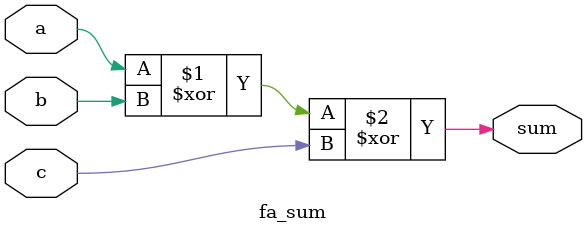
<source format=v>
module fa_sum (sum, a, b, c);
	output sum;
	input a, b, c;

	xor sum_gate (sum, a, b, c);
endmodule


</source>
